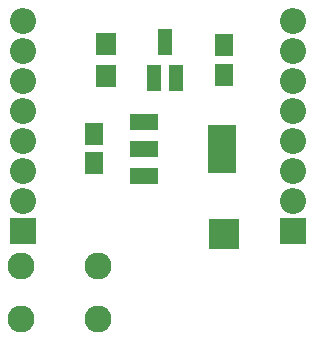
<source format=gbr>
G04 #@! TF.FileFunction,Soldermask,Top*
%FSLAX46Y46*%
G04 Gerber Fmt 4.6, Leading zero omitted, Abs format (unit mm)*
G04 Created by KiCad (PCBNEW 4.0.4-stable) date Tuesday 22 November 2016 20:45:13*
%MOMM*%
%LPD*%
G01*
G04 APERTURE LIST*
%ADD10C,0.100000*%
%ADD11R,2.200000X2.200000*%
%ADD12O,2.200000X2.200000*%
%ADD13R,2.432000X4.057600*%
%ADD14R,2.432000X1.416000*%
%ADD15R,1.650000X1.900000*%
%ADD16R,1.700000X1.900000*%
%ADD17R,1.200100X2.200860*%
%ADD18C,2.279600*%
%ADD19R,2.635200X2.635200*%
G04 APERTURE END LIST*
D10*
D11*
X127490000Y-103950000D03*
D12*
X127490000Y-101410000D03*
X127490000Y-98870000D03*
X127490000Y-96330000D03*
X127490000Y-93790000D03*
X127490000Y-91250000D03*
X127490000Y-88710000D03*
X127490000Y-86170000D03*
D11*
X150350000Y-103950000D03*
D12*
X150350000Y-101410000D03*
X150350000Y-98870000D03*
X150350000Y-96330000D03*
X150350000Y-93790000D03*
X150350000Y-91250000D03*
X150350000Y-88710000D03*
X150350000Y-86170000D03*
D13*
X144302000Y-97000000D03*
D14*
X137698000Y-97000000D03*
X137698000Y-99286000D03*
X137698000Y-94714000D03*
D15*
X133500000Y-98250000D03*
X133500000Y-95750000D03*
X144500000Y-90750000D03*
X144500000Y-88250000D03*
D16*
X134500000Y-88150000D03*
X134500000Y-90850000D03*
D17*
X138550000Y-91001140D03*
X140450000Y-91001140D03*
X139500000Y-87998860D03*
D18*
X133801200Y-106939400D03*
X127298800Y-106939400D03*
X133801200Y-111460600D03*
X127298800Y-111460600D03*
D19*
X144500000Y-104250000D03*
M02*

</source>
